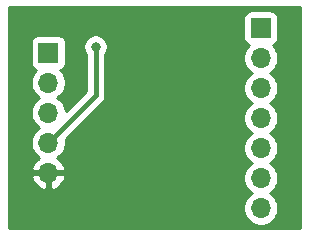
<source format=gbl>
G04 #@! TF.GenerationSoftware,KiCad,Pcbnew,(5.1.6)-1*
G04 #@! TF.CreationDate,2021-04-19T16:32:52+02:00*
G04 #@! TF.ProjectId,LMP91000_Breakout_Board,4c4d5039-3130-4303-905f-427265616b6f,rev?*
G04 #@! TF.SameCoordinates,Original*
G04 #@! TF.FileFunction,Copper,L2,Bot*
G04 #@! TF.FilePolarity,Positive*
%FSLAX46Y46*%
G04 Gerber Fmt 4.6, Leading zero omitted, Abs format (unit mm)*
G04 Created by KiCad (PCBNEW (5.1.6)-1) date 2021-04-19 16:32:52*
%MOMM*%
%LPD*%
G01*
G04 APERTURE LIST*
G04 #@! TA.AperFunction,ComponentPad*
%ADD10O,1.700000X1.700000*%
G04 #@! TD*
G04 #@! TA.AperFunction,ComponentPad*
%ADD11R,1.700000X1.700000*%
G04 #@! TD*
G04 #@! TA.AperFunction,ViaPad*
%ADD12C,0.800000*%
G04 #@! TD*
G04 #@! TA.AperFunction,Conductor*
%ADD13C,0.400000*%
G04 #@! TD*
G04 #@! TA.AperFunction,Conductor*
%ADD14C,0.254000*%
G04 #@! TD*
G04 APERTURE END LIST*
D10*
X133000000Y-92160000D03*
X133000000Y-89620000D03*
X133000000Y-87080000D03*
X133000000Y-84540000D03*
D11*
X133000000Y-82000000D03*
D10*
X151000000Y-95160000D03*
X151000000Y-92620000D03*
X151000000Y-90080000D03*
X151000000Y-87540000D03*
X151000000Y-85000000D03*
X151000000Y-82460000D03*
D11*
X151000000Y-79920000D03*
D12*
X142500000Y-91500000D03*
X140500000Y-91500000D03*
X144000000Y-90000000D03*
X139000000Y-91000000D03*
X146000000Y-84000000D03*
X145000000Y-84000000D03*
X144000000Y-84000000D03*
X136500000Y-88500000D03*
X138500000Y-87000000D03*
X142000000Y-82500000D03*
X140500000Y-81000000D03*
X135500000Y-81000000D03*
X137000000Y-81500000D03*
D13*
X137000000Y-85620000D02*
X137000000Y-81500000D01*
X133000000Y-89620000D02*
X137000000Y-85620000D01*
D14*
G36*
X154340000Y-96840000D02*
G01*
X129660000Y-96840000D01*
X129660000Y-92516890D01*
X131558524Y-92516890D01*
X131603175Y-92664099D01*
X131728359Y-92926920D01*
X131902412Y-93160269D01*
X132118645Y-93355178D01*
X132368748Y-93504157D01*
X132643109Y-93601481D01*
X132873000Y-93480814D01*
X132873000Y-92287000D01*
X133127000Y-92287000D01*
X133127000Y-93480814D01*
X133356891Y-93601481D01*
X133631252Y-93504157D01*
X133881355Y-93355178D01*
X134097588Y-93160269D01*
X134271641Y-92926920D01*
X134396825Y-92664099D01*
X134441476Y-92516890D01*
X134320155Y-92287000D01*
X133127000Y-92287000D01*
X132873000Y-92287000D01*
X131679845Y-92287000D01*
X131558524Y-92516890D01*
X129660000Y-92516890D01*
X129660000Y-81150000D01*
X131511928Y-81150000D01*
X131511928Y-82850000D01*
X131524188Y-82974482D01*
X131560498Y-83094180D01*
X131619463Y-83204494D01*
X131698815Y-83301185D01*
X131795506Y-83380537D01*
X131905820Y-83439502D01*
X131978380Y-83461513D01*
X131846525Y-83593368D01*
X131684010Y-83836589D01*
X131572068Y-84106842D01*
X131515000Y-84393740D01*
X131515000Y-84686260D01*
X131572068Y-84973158D01*
X131684010Y-85243411D01*
X131846525Y-85486632D01*
X132053368Y-85693475D01*
X132227760Y-85810000D01*
X132053368Y-85926525D01*
X131846525Y-86133368D01*
X131684010Y-86376589D01*
X131572068Y-86646842D01*
X131515000Y-86933740D01*
X131515000Y-87226260D01*
X131572068Y-87513158D01*
X131684010Y-87783411D01*
X131846525Y-88026632D01*
X132053368Y-88233475D01*
X132227760Y-88350000D01*
X132053368Y-88466525D01*
X131846525Y-88673368D01*
X131684010Y-88916589D01*
X131572068Y-89186842D01*
X131515000Y-89473740D01*
X131515000Y-89766260D01*
X131572068Y-90053158D01*
X131684010Y-90323411D01*
X131846525Y-90566632D01*
X132053368Y-90773475D01*
X132235534Y-90895195D01*
X132118645Y-90964822D01*
X131902412Y-91159731D01*
X131728359Y-91393080D01*
X131603175Y-91655901D01*
X131558524Y-91803110D01*
X131679845Y-92033000D01*
X132873000Y-92033000D01*
X132873000Y-92013000D01*
X133127000Y-92013000D01*
X133127000Y-92033000D01*
X134320155Y-92033000D01*
X134441476Y-91803110D01*
X134396825Y-91655901D01*
X134271641Y-91393080D01*
X134097588Y-91159731D01*
X133881355Y-90964822D01*
X133764466Y-90895195D01*
X133946632Y-90773475D01*
X134153475Y-90566632D01*
X134315990Y-90323411D01*
X134427932Y-90053158D01*
X134485000Y-89766260D01*
X134485000Y-89473740D01*
X134458807Y-89342060D01*
X137561428Y-86239440D01*
X137593291Y-86213291D01*
X137697636Y-86086146D01*
X137775172Y-85941087D01*
X137822918Y-85783689D01*
X137835000Y-85661019D01*
X137835000Y-85661017D01*
X137839040Y-85620001D01*
X137835000Y-85578985D01*
X137835000Y-82113285D01*
X137917205Y-81990256D01*
X137995226Y-81801898D01*
X138035000Y-81601939D01*
X138035000Y-81398061D01*
X137995226Y-81198102D01*
X137917205Y-81009744D01*
X137803937Y-80840226D01*
X137659774Y-80696063D01*
X137490256Y-80582795D01*
X137301898Y-80504774D01*
X137101939Y-80465000D01*
X136898061Y-80465000D01*
X136698102Y-80504774D01*
X136509744Y-80582795D01*
X136340226Y-80696063D01*
X136196063Y-80840226D01*
X136082795Y-81009744D01*
X136004774Y-81198102D01*
X135965000Y-81398061D01*
X135965000Y-81601939D01*
X136004774Y-81801898D01*
X136082795Y-81990256D01*
X136165001Y-82113286D01*
X136165000Y-85274132D01*
X134485000Y-86954132D01*
X134485000Y-86933740D01*
X134427932Y-86646842D01*
X134315990Y-86376589D01*
X134153475Y-86133368D01*
X133946632Y-85926525D01*
X133772240Y-85810000D01*
X133946632Y-85693475D01*
X134153475Y-85486632D01*
X134315990Y-85243411D01*
X134427932Y-84973158D01*
X134485000Y-84686260D01*
X134485000Y-84393740D01*
X134427932Y-84106842D01*
X134315990Y-83836589D01*
X134153475Y-83593368D01*
X134021620Y-83461513D01*
X134094180Y-83439502D01*
X134204494Y-83380537D01*
X134301185Y-83301185D01*
X134380537Y-83204494D01*
X134439502Y-83094180D01*
X134475812Y-82974482D01*
X134488072Y-82850000D01*
X134488072Y-81150000D01*
X134475812Y-81025518D01*
X134439502Y-80905820D01*
X134380537Y-80795506D01*
X134301185Y-80698815D01*
X134204494Y-80619463D01*
X134094180Y-80560498D01*
X133974482Y-80524188D01*
X133850000Y-80511928D01*
X132150000Y-80511928D01*
X132025518Y-80524188D01*
X131905820Y-80560498D01*
X131795506Y-80619463D01*
X131698815Y-80698815D01*
X131619463Y-80795506D01*
X131560498Y-80905820D01*
X131524188Y-81025518D01*
X131511928Y-81150000D01*
X129660000Y-81150000D01*
X129660000Y-79070000D01*
X149511928Y-79070000D01*
X149511928Y-80770000D01*
X149524188Y-80894482D01*
X149560498Y-81014180D01*
X149619463Y-81124494D01*
X149698815Y-81221185D01*
X149795506Y-81300537D01*
X149905820Y-81359502D01*
X149978380Y-81381513D01*
X149846525Y-81513368D01*
X149684010Y-81756589D01*
X149572068Y-82026842D01*
X149515000Y-82313740D01*
X149515000Y-82606260D01*
X149572068Y-82893158D01*
X149684010Y-83163411D01*
X149846525Y-83406632D01*
X150053368Y-83613475D01*
X150227760Y-83730000D01*
X150053368Y-83846525D01*
X149846525Y-84053368D01*
X149684010Y-84296589D01*
X149572068Y-84566842D01*
X149515000Y-84853740D01*
X149515000Y-85146260D01*
X149572068Y-85433158D01*
X149684010Y-85703411D01*
X149846525Y-85946632D01*
X150053368Y-86153475D01*
X150227760Y-86270000D01*
X150053368Y-86386525D01*
X149846525Y-86593368D01*
X149684010Y-86836589D01*
X149572068Y-87106842D01*
X149515000Y-87393740D01*
X149515000Y-87686260D01*
X149572068Y-87973158D01*
X149684010Y-88243411D01*
X149846525Y-88486632D01*
X150053368Y-88693475D01*
X150227760Y-88810000D01*
X150053368Y-88926525D01*
X149846525Y-89133368D01*
X149684010Y-89376589D01*
X149572068Y-89646842D01*
X149515000Y-89933740D01*
X149515000Y-90226260D01*
X149572068Y-90513158D01*
X149684010Y-90783411D01*
X149846525Y-91026632D01*
X150053368Y-91233475D01*
X150227760Y-91350000D01*
X150053368Y-91466525D01*
X149846525Y-91673368D01*
X149684010Y-91916589D01*
X149572068Y-92186842D01*
X149515000Y-92473740D01*
X149515000Y-92766260D01*
X149572068Y-93053158D01*
X149684010Y-93323411D01*
X149846525Y-93566632D01*
X150053368Y-93773475D01*
X150227760Y-93890000D01*
X150053368Y-94006525D01*
X149846525Y-94213368D01*
X149684010Y-94456589D01*
X149572068Y-94726842D01*
X149515000Y-95013740D01*
X149515000Y-95306260D01*
X149572068Y-95593158D01*
X149684010Y-95863411D01*
X149846525Y-96106632D01*
X150053368Y-96313475D01*
X150296589Y-96475990D01*
X150566842Y-96587932D01*
X150853740Y-96645000D01*
X151146260Y-96645000D01*
X151433158Y-96587932D01*
X151703411Y-96475990D01*
X151946632Y-96313475D01*
X152153475Y-96106632D01*
X152315990Y-95863411D01*
X152427932Y-95593158D01*
X152485000Y-95306260D01*
X152485000Y-95013740D01*
X152427932Y-94726842D01*
X152315990Y-94456589D01*
X152153475Y-94213368D01*
X151946632Y-94006525D01*
X151772240Y-93890000D01*
X151946632Y-93773475D01*
X152153475Y-93566632D01*
X152315990Y-93323411D01*
X152427932Y-93053158D01*
X152485000Y-92766260D01*
X152485000Y-92473740D01*
X152427932Y-92186842D01*
X152315990Y-91916589D01*
X152153475Y-91673368D01*
X151946632Y-91466525D01*
X151772240Y-91350000D01*
X151946632Y-91233475D01*
X152153475Y-91026632D01*
X152315990Y-90783411D01*
X152427932Y-90513158D01*
X152485000Y-90226260D01*
X152485000Y-89933740D01*
X152427932Y-89646842D01*
X152315990Y-89376589D01*
X152153475Y-89133368D01*
X151946632Y-88926525D01*
X151772240Y-88810000D01*
X151946632Y-88693475D01*
X152153475Y-88486632D01*
X152315990Y-88243411D01*
X152427932Y-87973158D01*
X152485000Y-87686260D01*
X152485000Y-87393740D01*
X152427932Y-87106842D01*
X152315990Y-86836589D01*
X152153475Y-86593368D01*
X151946632Y-86386525D01*
X151772240Y-86270000D01*
X151946632Y-86153475D01*
X152153475Y-85946632D01*
X152315990Y-85703411D01*
X152427932Y-85433158D01*
X152485000Y-85146260D01*
X152485000Y-84853740D01*
X152427932Y-84566842D01*
X152315990Y-84296589D01*
X152153475Y-84053368D01*
X151946632Y-83846525D01*
X151772240Y-83730000D01*
X151946632Y-83613475D01*
X152153475Y-83406632D01*
X152315990Y-83163411D01*
X152427932Y-82893158D01*
X152485000Y-82606260D01*
X152485000Y-82313740D01*
X152427932Y-82026842D01*
X152315990Y-81756589D01*
X152153475Y-81513368D01*
X152021620Y-81381513D01*
X152094180Y-81359502D01*
X152204494Y-81300537D01*
X152301185Y-81221185D01*
X152380537Y-81124494D01*
X152439502Y-81014180D01*
X152475812Y-80894482D01*
X152488072Y-80770000D01*
X152488072Y-79070000D01*
X152475812Y-78945518D01*
X152439502Y-78825820D01*
X152380537Y-78715506D01*
X152301185Y-78618815D01*
X152204494Y-78539463D01*
X152094180Y-78480498D01*
X151974482Y-78444188D01*
X151850000Y-78431928D01*
X150150000Y-78431928D01*
X150025518Y-78444188D01*
X149905820Y-78480498D01*
X149795506Y-78539463D01*
X149698815Y-78618815D01*
X149619463Y-78715506D01*
X149560498Y-78825820D01*
X149524188Y-78945518D01*
X149511928Y-79070000D01*
X129660000Y-79070000D01*
X129660000Y-78160000D01*
X154340001Y-78160000D01*
X154340000Y-96840000D01*
G37*
X154340000Y-96840000D02*
X129660000Y-96840000D01*
X129660000Y-92516890D01*
X131558524Y-92516890D01*
X131603175Y-92664099D01*
X131728359Y-92926920D01*
X131902412Y-93160269D01*
X132118645Y-93355178D01*
X132368748Y-93504157D01*
X132643109Y-93601481D01*
X132873000Y-93480814D01*
X132873000Y-92287000D01*
X133127000Y-92287000D01*
X133127000Y-93480814D01*
X133356891Y-93601481D01*
X133631252Y-93504157D01*
X133881355Y-93355178D01*
X134097588Y-93160269D01*
X134271641Y-92926920D01*
X134396825Y-92664099D01*
X134441476Y-92516890D01*
X134320155Y-92287000D01*
X133127000Y-92287000D01*
X132873000Y-92287000D01*
X131679845Y-92287000D01*
X131558524Y-92516890D01*
X129660000Y-92516890D01*
X129660000Y-81150000D01*
X131511928Y-81150000D01*
X131511928Y-82850000D01*
X131524188Y-82974482D01*
X131560498Y-83094180D01*
X131619463Y-83204494D01*
X131698815Y-83301185D01*
X131795506Y-83380537D01*
X131905820Y-83439502D01*
X131978380Y-83461513D01*
X131846525Y-83593368D01*
X131684010Y-83836589D01*
X131572068Y-84106842D01*
X131515000Y-84393740D01*
X131515000Y-84686260D01*
X131572068Y-84973158D01*
X131684010Y-85243411D01*
X131846525Y-85486632D01*
X132053368Y-85693475D01*
X132227760Y-85810000D01*
X132053368Y-85926525D01*
X131846525Y-86133368D01*
X131684010Y-86376589D01*
X131572068Y-86646842D01*
X131515000Y-86933740D01*
X131515000Y-87226260D01*
X131572068Y-87513158D01*
X131684010Y-87783411D01*
X131846525Y-88026632D01*
X132053368Y-88233475D01*
X132227760Y-88350000D01*
X132053368Y-88466525D01*
X131846525Y-88673368D01*
X131684010Y-88916589D01*
X131572068Y-89186842D01*
X131515000Y-89473740D01*
X131515000Y-89766260D01*
X131572068Y-90053158D01*
X131684010Y-90323411D01*
X131846525Y-90566632D01*
X132053368Y-90773475D01*
X132235534Y-90895195D01*
X132118645Y-90964822D01*
X131902412Y-91159731D01*
X131728359Y-91393080D01*
X131603175Y-91655901D01*
X131558524Y-91803110D01*
X131679845Y-92033000D01*
X132873000Y-92033000D01*
X132873000Y-92013000D01*
X133127000Y-92013000D01*
X133127000Y-92033000D01*
X134320155Y-92033000D01*
X134441476Y-91803110D01*
X134396825Y-91655901D01*
X134271641Y-91393080D01*
X134097588Y-91159731D01*
X133881355Y-90964822D01*
X133764466Y-90895195D01*
X133946632Y-90773475D01*
X134153475Y-90566632D01*
X134315990Y-90323411D01*
X134427932Y-90053158D01*
X134485000Y-89766260D01*
X134485000Y-89473740D01*
X134458807Y-89342060D01*
X137561428Y-86239440D01*
X137593291Y-86213291D01*
X137697636Y-86086146D01*
X137775172Y-85941087D01*
X137822918Y-85783689D01*
X137835000Y-85661019D01*
X137835000Y-85661017D01*
X137839040Y-85620001D01*
X137835000Y-85578985D01*
X137835000Y-82113285D01*
X137917205Y-81990256D01*
X137995226Y-81801898D01*
X138035000Y-81601939D01*
X138035000Y-81398061D01*
X137995226Y-81198102D01*
X137917205Y-81009744D01*
X137803937Y-80840226D01*
X137659774Y-80696063D01*
X137490256Y-80582795D01*
X137301898Y-80504774D01*
X137101939Y-80465000D01*
X136898061Y-80465000D01*
X136698102Y-80504774D01*
X136509744Y-80582795D01*
X136340226Y-80696063D01*
X136196063Y-80840226D01*
X136082795Y-81009744D01*
X136004774Y-81198102D01*
X135965000Y-81398061D01*
X135965000Y-81601939D01*
X136004774Y-81801898D01*
X136082795Y-81990256D01*
X136165001Y-82113286D01*
X136165000Y-85274132D01*
X134485000Y-86954132D01*
X134485000Y-86933740D01*
X134427932Y-86646842D01*
X134315990Y-86376589D01*
X134153475Y-86133368D01*
X133946632Y-85926525D01*
X133772240Y-85810000D01*
X133946632Y-85693475D01*
X134153475Y-85486632D01*
X134315990Y-85243411D01*
X134427932Y-84973158D01*
X134485000Y-84686260D01*
X134485000Y-84393740D01*
X134427932Y-84106842D01*
X134315990Y-83836589D01*
X134153475Y-83593368D01*
X134021620Y-83461513D01*
X134094180Y-83439502D01*
X134204494Y-83380537D01*
X134301185Y-83301185D01*
X134380537Y-83204494D01*
X134439502Y-83094180D01*
X134475812Y-82974482D01*
X134488072Y-82850000D01*
X134488072Y-81150000D01*
X134475812Y-81025518D01*
X134439502Y-80905820D01*
X134380537Y-80795506D01*
X134301185Y-80698815D01*
X134204494Y-80619463D01*
X134094180Y-80560498D01*
X133974482Y-80524188D01*
X133850000Y-80511928D01*
X132150000Y-80511928D01*
X132025518Y-80524188D01*
X131905820Y-80560498D01*
X131795506Y-80619463D01*
X131698815Y-80698815D01*
X131619463Y-80795506D01*
X131560498Y-80905820D01*
X131524188Y-81025518D01*
X131511928Y-81150000D01*
X129660000Y-81150000D01*
X129660000Y-79070000D01*
X149511928Y-79070000D01*
X149511928Y-80770000D01*
X149524188Y-80894482D01*
X149560498Y-81014180D01*
X149619463Y-81124494D01*
X149698815Y-81221185D01*
X149795506Y-81300537D01*
X149905820Y-81359502D01*
X149978380Y-81381513D01*
X149846525Y-81513368D01*
X149684010Y-81756589D01*
X149572068Y-82026842D01*
X149515000Y-82313740D01*
X149515000Y-82606260D01*
X149572068Y-82893158D01*
X149684010Y-83163411D01*
X149846525Y-83406632D01*
X150053368Y-83613475D01*
X150227760Y-83730000D01*
X150053368Y-83846525D01*
X149846525Y-84053368D01*
X149684010Y-84296589D01*
X149572068Y-84566842D01*
X149515000Y-84853740D01*
X149515000Y-85146260D01*
X149572068Y-85433158D01*
X149684010Y-85703411D01*
X149846525Y-85946632D01*
X150053368Y-86153475D01*
X150227760Y-86270000D01*
X150053368Y-86386525D01*
X149846525Y-86593368D01*
X149684010Y-86836589D01*
X149572068Y-87106842D01*
X149515000Y-87393740D01*
X149515000Y-87686260D01*
X149572068Y-87973158D01*
X149684010Y-88243411D01*
X149846525Y-88486632D01*
X150053368Y-88693475D01*
X150227760Y-88810000D01*
X150053368Y-88926525D01*
X149846525Y-89133368D01*
X149684010Y-89376589D01*
X149572068Y-89646842D01*
X149515000Y-89933740D01*
X149515000Y-90226260D01*
X149572068Y-90513158D01*
X149684010Y-90783411D01*
X149846525Y-91026632D01*
X150053368Y-91233475D01*
X150227760Y-91350000D01*
X150053368Y-91466525D01*
X149846525Y-91673368D01*
X149684010Y-91916589D01*
X149572068Y-92186842D01*
X149515000Y-92473740D01*
X149515000Y-92766260D01*
X149572068Y-93053158D01*
X149684010Y-93323411D01*
X149846525Y-93566632D01*
X150053368Y-93773475D01*
X150227760Y-93890000D01*
X150053368Y-94006525D01*
X149846525Y-94213368D01*
X149684010Y-94456589D01*
X149572068Y-94726842D01*
X149515000Y-95013740D01*
X149515000Y-95306260D01*
X149572068Y-95593158D01*
X149684010Y-95863411D01*
X149846525Y-96106632D01*
X150053368Y-96313475D01*
X150296589Y-96475990D01*
X150566842Y-96587932D01*
X150853740Y-96645000D01*
X151146260Y-96645000D01*
X151433158Y-96587932D01*
X151703411Y-96475990D01*
X151946632Y-96313475D01*
X152153475Y-96106632D01*
X152315990Y-95863411D01*
X152427932Y-95593158D01*
X152485000Y-95306260D01*
X152485000Y-95013740D01*
X152427932Y-94726842D01*
X152315990Y-94456589D01*
X152153475Y-94213368D01*
X151946632Y-94006525D01*
X151772240Y-93890000D01*
X151946632Y-93773475D01*
X152153475Y-93566632D01*
X152315990Y-93323411D01*
X152427932Y-93053158D01*
X152485000Y-92766260D01*
X152485000Y-92473740D01*
X152427932Y-92186842D01*
X152315990Y-91916589D01*
X152153475Y-91673368D01*
X151946632Y-91466525D01*
X151772240Y-91350000D01*
X151946632Y-91233475D01*
X152153475Y-91026632D01*
X152315990Y-90783411D01*
X152427932Y-90513158D01*
X152485000Y-90226260D01*
X152485000Y-89933740D01*
X152427932Y-89646842D01*
X152315990Y-89376589D01*
X152153475Y-89133368D01*
X151946632Y-88926525D01*
X151772240Y-88810000D01*
X151946632Y-88693475D01*
X152153475Y-88486632D01*
X152315990Y-88243411D01*
X152427932Y-87973158D01*
X152485000Y-87686260D01*
X152485000Y-87393740D01*
X152427932Y-87106842D01*
X152315990Y-86836589D01*
X152153475Y-86593368D01*
X151946632Y-86386525D01*
X151772240Y-86270000D01*
X151946632Y-86153475D01*
X152153475Y-85946632D01*
X152315990Y-85703411D01*
X152427932Y-85433158D01*
X152485000Y-85146260D01*
X152485000Y-84853740D01*
X152427932Y-84566842D01*
X152315990Y-84296589D01*
X152153475Y-84053368D01*
X151946632Y-83846525D01*
X151772240Y-83730000D01*
X151946632Y-83613475D01*
X152153475Y-83406632D01*
X152315990Y-83163411D01*
X152427932Y-82893158D01*
X152485000Y-82606260D01*
X152485000Y-82313740D01*
X152427932Y-82026842D01*
X152315990Y-81756589D01*
X152153475Y-81513368D01*
X152021620Y-81381513D01*
X152094180Y-81359502D01*
X152204494Y-81300537D01*
X152301185Y-81221185D01*
X152380537Y-81124494D01*
X152439502Y-81014180D01*
X152475812Y-80894482D01*
X152488072Y-80770000D01*
X152488072Y-79070000D01*
X152475812Y-78945518D01*
X152439502Y-78825820D01*
X152380537Y-78715506D01*
X152301185Y-78618815D01*
X152204494Y-78539463D01*
X152094180Y-78480498D01*
X151974482Y-78444188D01*
X151850000Y-78431928D01*
X150150000Y-78431928D01*
X150025518Y-78444188D01*
X149905820Y-78480498D01*
X149795506Y-78539463D01*
X149698815Y-78618815D01*
X149619463Y-78715506D01*
X149560498Y-78825820D01*
X149524188Y-78945518D01*
X149511928Y-79070000D01*
X129660000Y-79070000D01*
X129660000Y-78160000D01*
X154340001Y-78160000D01*
X154340000Y-96840000D01*
M02*

</source>
